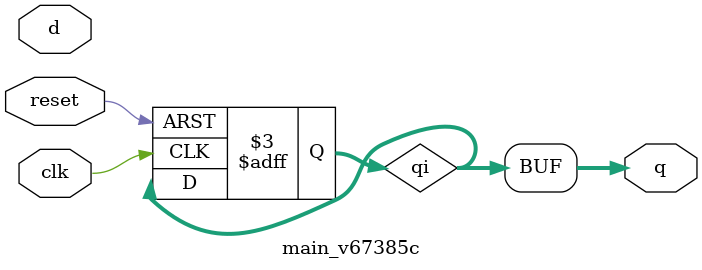
<source format=v>

`default_nettype none

module main (
 input [7:0] vb31478,
 input v9d2436,
 input v97b64a,
 output [7:0] v95d949,
 output [0:4] vinit
);
 wire w0;
 wire w1;
 wire [0:7] w2;
 wire [0:7] w3;
 assign w0 = v9d2436;
 assign w1 = v97b64a;
 assign v95d949 = w2;
 assign w3 = vb31478;
 main_v67385c v67385c (
  .reset(w0),
  .clk(w1),
  .q(w2),
  .d(w3)
 );
 assign vinit = 5'b00000;
endmodule

/*-------------------------------------------------*/
/*--  D8 L&R  */
/*-- - - - - - - - - - - - - - - - - - - - - - - --*/
/*-- Register using 8 bit + load + Reset
/*-------------------------------------------------*/

module main_v67385c (
 input [7:0] d,
 input reset,
 input clk,
 output [7:0] q
);
 
 reg[7:0] qi=0;
 
 always @(posedge clk or posedge reset)
 if(reset)
  qi<=0;
 else
  qi<=qi;
  
 assign q=qi;
 
 
 
endmodule

</source>
